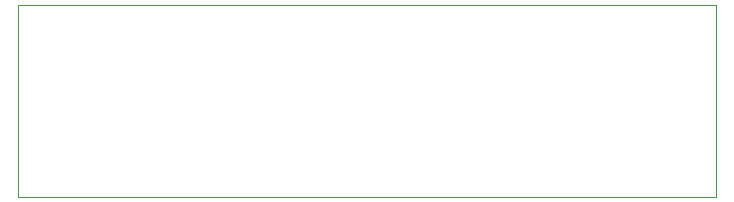
<source format=gbr>
%TF.GenerationSoftware,KiCad,Pcbnew,(6.0.10)*%
%TF.CreationDate,2023-01-27T02:11:10-05:00*%
%TF.ProjectId,qwiic-interface,71776969-632d-4696-9e74-657266616365,rev?*%
%TF.SameCoordinates,Original*%
%TF.FileFunction,Profile,NP*%
%FSLAX46Y46*%
G04 Gerber Fmt 4.6, Leading zero omitted, Abs format (unit mm)*
G04 Created by KiCad (PCBNEW (6.0.10)) date 2023-01-27 02:11:10*
%MOMM*%
%LPD*%
G01*
G04 APERTURE LIST*
%TA.AperFunction,Profile*%
%ADD10C,0.100000*%
%TD*%
G04 APERTURE END LIST*
D10*
X100000000Y-59800000D02*
X159100000Y-59800000D01*
X100000000Y-76000000D02*
X100000000Y-59800000D01*
X159100000Y-59800000D02*
X159099999Y-76000000D01*
X159099999Y-76000000D02*
X100000000Y-76000000D01*
M02*

</source>
